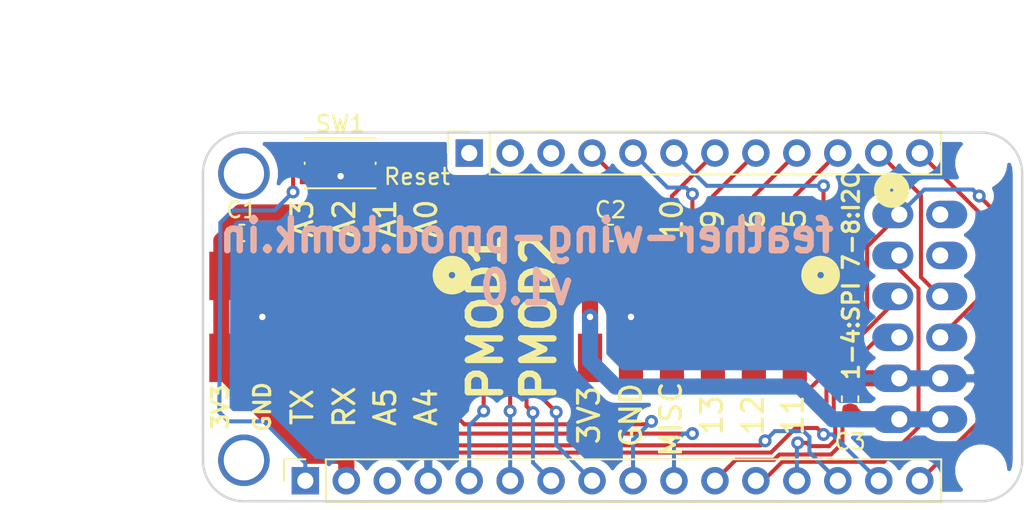
<source format=kicad_pcb>
(kicad_pcb (version 20201220) (generator pcbnew)
  (layers (0 "F.Cu" signal) (31 "B.Cu" signal) (34 "B.Paste" user) (35 "F.Paste" user) (36 "B.SilkS" user "B.Silkscreen") (37 "F.SilkS" user "F.Silkscreen") (38 "B.Mask" user) (39 "F.Mask" user) (44 "Edge.Cuts" user))
  (net 0 "")
  (net 1 "GND")
  (net 2 "/TX")
  (net 3 "/RX")
  (net 4 "/A5")
  (net 5 "/A4")
  (net 6 "/A3")
  (net 7 "/A2")
  (net 8 "/A1")
  (net 9 "/A0")
  (net 10 "/Aref")
  (net 11 "+3V3")
  (net 12 "/GPIO05")
  (net 13 "/GPIO06")
  (net 14 "/GPIO09")
  (net 15 "/GPIO10")
  (net 16 "/GPIO11")
  (net 17 "/GPIO12")
  (net 18 "/GPIO13")
  (net 19 "/EN")
  (net 20 "MISC")
  (net 21 "MISO")
  (net 22 "MOSI")
  (net 23 "SCK")
  (net 24 "SDA")
  (net 25 "SCL")
  (net 26 "/VBUS")
  (net 27 "/+BATT")
  (net 28 "Net-(PMOD3-Pad8)")
  (net 29 "Net-(PMOD3-Pad7)")
  (net 30 "!RST")
  (footprint "MountingHole:MountingHole_2.5mm_Pad" (layer "F.Cu") (at 129.54 101.6)
    (fp_text reference "REF**" hide)
    (fp_text value "MountingHole_2.5mm_Pad" hide)
    (pad "" thru_hole circle (at 0 0) (size 3.2 3.2) (drill 2.5) (layers *.Cu *.Mask))
  )
  (footprint "MountingHole:MountingHole_2.5mm_Pad" (layer "F.Cu") (at 129.54 83.82)
    (fp_text reference "REF**" hide)
    (fp_text value "MountingHole_2.5mm_Pad" hide)
    (pad "" thru_hole circle (at 0 0) (size 3.2 3.2) (drill 2.5) (layers *.Cu *.Mask))
  )
  (footprint "MountingHole:MountingHole_2.2mm_M2" (layer "F.Cu") (at 175.26 83.185)
    (fp_text reference "REF**" hide)
    (fp_text value "MountingHole_2.2mm_M2" hide)
    (pad "1" np_thru_hole circle (at 0 0) (size 2.2 2.2) (drill 2.2) (layers *.Cu *.Mask))
  )
  (footprint "MountingHole:MountingHole_2.2mm_M2" (layer "F.Cu") (at 175.26 102.235)
    (fp_text reference "REF**" hide)
    (fp_text value "MountingHole_2.2mm_M2" hide)
    (pad "1" np_thru_hole circle (at 0 0) (size 2.2 2.2) (drill 2.2) (layers *.Cu *.Mask))
  )
  (footprint "Connector_PinSocket_2.54mm:PinSocket_1x16_P2.54mm_Vertical" (layer "F.Cu") (at 133.35 102.87 90)
    (fp_text reference "J2" hide)
    (fp_text value "Conn_Left" hide)
    (fp_line (start -1.33 1.27) (end 1.33 1.27) (layer "F.SilkS") (width 0.12))
    (fp_line (start 1.33 -1.33) (end 1.33 0) (layer "F.SilkS") (width 0.12))
    (fp_line (start -1.33 1.27) (end -1.33 39.43) (layer "F.SilkS") (width 0.12))
    (fp_line (start 1.33 1.27) (end 1.33 39.43) (layer "F.SilkS") (width 0.12))
    (fp_line (start -1.33 39.43) (end 1.33 39.43) (layer "F.SilkS") (width 0.12))
    (fp_line (start 0 -1.33) (end 1.33 -1.33) (layer "F.SilkS") (width 0.12))
    (pad "1" thru_hole rect (at 0 0 90) (size 1.7 1.7) (drill 1) (layers *.Cu *.Mask) (net 30 "!RST"))
    (pad "2" thru_hole oval (at 0 2.54 90) (size 1.7 1.7) (drill 1) (layers *.Cu *.Mask) (net 11 "+3V3"))
    (pad "3" thru_hole oval (at 0 5.08 90) (size 1.7 1.7) (drill 1) (layers *.Cu *.Mask) (net 10 "/Aref"))
    (pad "4" thru_hole oval (at 0 7.62 90) (size 1.7 1.7) (drill 1) (layers *.Cu *.Mask) (net 1 "GND"))
    (pad "5" thru_hole oval (at 0 10.16 90) (size 1.7 1.7) (drill 1) (layers *.Cu *.Mask) (net 9 "/A0"))
    (pad "6" thru_hole oval (at 0 12.7 90) (size 1.7 1.7) (drill 1) (layers *.Cu *.Mask) (net 8 "/A1"))
    (pad "7" thru_hole oval (at 0 15.24 90) (size 1.7 1.7) (drill 1) (layers *.Cu *.Mask) (net 7 "/A2"))
    (pad "8" thru_hole oval (at 0 17.78 90) (size 1.7 1.7) (drill 1) (layers *.Cu *.Mask) (net 6 "/A3"))
    (pad "9" thru_hole oval (at 0 20.32 90) (size 1.7 1.7) (drill 1) (layers *.Cu *.Mask) (net 5 "/A4"))
    (pad "10" thru_hole oval (at 0 22.86 90) (size 1.7 1.7) (drill 1) (layers *.Cu *.Mask) (net 4 "/A5"))
    (pad "11" thru_hole oval (at 0 25.4 90) (size 1.7 1.7) (drill 1) (layers *.Cu *.Mask) (net 23 "SCK"))
    (pad "12" thru_hole oval (at 0 27.94 90) (size 1.7 1.7) (drill 1) (layers *.Cu *.Mask) (net 22 "MOSI"))
    (pad "13" thru_hole oval (at 0 30.48 90) (size 1.7 1.7) (drill 1) (layers *.Cu *.Mask) (net 21 "MISO"))
    (pad "14" thru_hole oval (at 0 33.02 90) (size 1.7 1.7) (drill 1) (layers *.Cu *.Mask) (net 3 "/RX"))
    (pad "15" thru_hole oval (at 0 35.56 90) (size 1.7 1.7) (drill 1) (layers *.Cu *.Mask) (net 2 "/TX"))
    (pad "16" thru_hole oval (at 0 38.1 90) (size 1.7 1.7) (drill 1) (layers *.Cu *.Mask) (net 20 "MISC"))
  )
  (footprint "Connector_PinSocket_2.54mm:PinSocket_1x12_P2.54mm_Vertical" (layer "F.Cu") (at 143.51 82.55 90)
    (fp_text reference "J3" hide)
    (fp_text value "Conn_Right" hide)
    (fp_line (start -1.33 1.27) (end -1.33 29.27) (layer "F.SilkS") (width 0.12))
    (fp_line (start 1.33 -1.33) (end 1.33 0) (layer "F.SilkS") (width 0.12))
    (fp_line (start -1.33 29.27) (end 1.33 29.27) (layer "F.SilkS") (width 0.12))
    (fp_line (start 1.33 1.27) (end 1.33 29.27) (layer "F.SilkS") (width 0.12))
    (fp_line (start 0 -1.33) (end 1.33 -1.33) (layer "F.SilkS") (width 0.12))
    (fp_line (start -1.33 1.27) (end 1.33 1.27) (layer "F.SilkS") (width 0.12))
    (pad "1" thru_hole rect (at 0 0 90) (size 1.7 1.7) (drill 1) (layers *.Cu *.Mask) (net 27 "/+BATT"))
    (pad "2" thru_hole oval (at 0 2.54 90) (size 1.7 1.7) (drill 1) (layers *.Cu *.Mask) (net 19 "/EN"))
    (pad "3" thru_hole oval (at 0 5.08 90) (size 1.7 1.7) (drill 1) (layers *.Cu *.Mask) (net 26 "/VBUS"))
    (pad "4" thru_hole oval (at 0 7.62 90) (size 1.7 1.7) (drill 1) (layers *.Cu *.Mask) (net 18 "/GPIO13"))
    (pad "5" thru_hole oval (at 0 10.16 90) (size 1.7 1.7) (drill 1) (layers *.Cu *.Mask) (net 17 "/GPIO12"))
    (pad "6" thru_hole oval (at 0 12.7 90) (size 1.7 1.7) (drill 1) (layers *.Cu *.Mask) (net 16 "/GPIO11"))
    (pad "7" thru_hole oval (at 0 15.24 90) (size 1.7 1.7) (drill 1) (layers *.Cu *.Mask) (net 15 "/GPIO10"))
    (pad "8" thru_hole oval (at 0 17.78 90) (size 1.7 1.7) (drill 1) (layers *.Cu *.Mask) (net 14 "/GPIO09"))
    (pad "9" thru_hole oval (at 0 20.32 90) (size 1.7 1.7) (drill 1) (layers *.Cu *.Mask) (net 13 "/GPIO06"))
    (pad "10" thru_hole oval (at 0 22.86 90) (size 1.7 1.7) (drill 1) (layers *.Cu *.Mask) (net 12 "/GPIO05"))
    (pad "11" thru_hole oval (at 0 25.4 90) (size 1.7 1.7) (drill 1) (layers *.Cu *.Mask) (net 25 "SCL"))
    (pad "12" thru_hole oval (at 0 27.94 90) (size 1.7 1.7) (drill 1) (layers *.Cu *.Mask) (net 24 "SDA"))
  )
  (footprint "tom-passives:C_0603_1608Metric" (layer "F.Cu") (at 152.273 87.503)
    (fp_text reference "C2" (at 0 -1.43) (layer "F.SilkS"))
    (fp_text value "10uF/10V")
    (fp_line (start -0.162779 0.51) (end 0.162779 0.51) (layer "F.SilkS") (width 0.12))
    (fp_line (start -0.162779 -0.51) (end 0.162779 -0.51) (layer "F.SilkS") (width 0.12))
    (pad "1" smd roundrect (at -0.7875 0) (size 0.875 0.95) (layers "F.Cu" "F.Paste" "F.Mask") (net 11 "+3V3"))
    (pad "2" smd roundrect (at 0.7875 0) (size 0.875 0.95) (layers "F.Cu" "F.Paste" "F.Mask") (net 1 "GND"))
  )
  (footprint "tom-passives:C_0603_1608Metric" (layer "F.Cu") (at 129.413 87.503)
    (fp_text reference "C1" (at 0 -1.43) (layer "F.SilkS"))
    (fp_text value "10uF/10V")
    (fp_line (start -0.162779 0.51) (end 0.162779 0.51) (layer "F.SilkS") (width 0.12))
    (fp_line (start -0.162779 -0.51) (end 0.162779 -0.51) (layer "F.SilkS") (width 0.12))
    (pad "1" smd roundrect (at -0.7875 0) (size 0.875 0.95) (layers "F.Cu" "F.Paste" "F.Mask") (net 11 "+3V3"))
    (pad "2" smd roundrect (at 0.7875 0) (size 0.875 0.95) (layers "F.Cu" "F.Paste" "F.Mask") (net 1 "GND"))
  )
  (footprint "tom-connectors:2X6_SMD_RA_SOCKET" (layer "F.Cu") (at 134.493 92.71)
    (fp_text reference "PMOD1" (at 10.033 0 270) (layer "F.SilkS") (effects (font (size 2 2) (thickness 0.4))))
    (fp_text value "PMOD-2x6-FEMALE" hide)
    (fp_circle (center 7.95 -2.59) (end 8.15 -2.59) (layer "F.SilkS") (width 1) (fill none))
    (pad "1" smd rect (at 6.35 -2.54 270) (size 3 1.5) (layers "F.Cu" "F.Paste" "F.Mask") (net 9 "/A0"))
    (pad "2" smd rect (at 3.81 -2.54 270) (size 3 1.5) (layers "F.Cu" "F.Paste" "F.Mask") (net 8 "/A1"))
    (pad "3" smd rect (at 1.27 -2.54 270) (size 3 1.5) (layers "F.Cu" "F.Paste" "F.Mask") (net 7 "/A2"))
    (pad "4" smd rect (at -1.27 -2.54 270) (size 3 1.5) (layers "F.Cu" "F.Paste" "F.Mask") (net 6 "/A3"))
    (pad "5" smd rect (at -3.81 -2.54 270) (size 3 1.5) (layers "F.Cu" "F.Paste" "F.Mask") (net 1 "GND"))
    (pad "6" smd rect (at -6.35 -2.54 270) (size 3 1.5) (layers "F.Cu" "F.Paste" "F.Mask") (net 11 "+3V3"))
    (pad "7" smd rect (at 6.35 2.54 270) (size 3 1.5) (layers "F.Cu" "F.Paste" "F.Mask") (net 5 "/A4"))
    (pad "8" smd rect (at 3.81 2.54 270) (size 3 1.5) (layers "F.Cu" "F.Paste" "F.Mask") (net 4 "/A5"))
    (pad "9" smd rect (at 1.27 2.54 270) (size 3 1.5) (layers "F.Cu" "F.Paste" "F.Mask") (net 3 "/RX"))
    (pad "10" smd rect (at -1.27 2.54 270) (size 3 1.5) (layers "F.Cu" "F.Paste" "F.Mask") (net 2 "/TX"))
    (pad "11" smd rect (at -3.81 2.54 270) (size 3 1.5) (layers "F.Cu" "F.Paste" "F.Mask") (net 1 "GND"))
    (pad "12" smd rect (at -6.35 2.54 270) (size 3 1.5) (layers "F.Cu" "F.Paste" "F.Mask") (net 11 "+3V3"))
  )
  (footprint "tom-passives:C_0603_1608Metric" (layer "F.Cu") (at 167.132 97.79 90)
    (fp_text reference "C3" (at -2.667 0 180) (layer "F.SilkS"))
    (fp_text value "10uF/10V")
    (fp_line (start -0.162779 0.51) (end 0.162779 0.51) (layer "F.SilkS") (width 0.12))
    (fp_line (start -0.162779 -0.51) (end 0.162779 -0.51) (layer "F.SilkS") (width 0.12))
    (pad "1" smd roundrect (at -0.7875 0 90) (size 0.875 0.95) (layers "F.Cu" "F.Paste" "F.Mask") (net 11 "+3V3"))
    (pad "2" smd roundrect (at 0.7875 0 90) (size 0.875 0.95) (layers "F.Cu" "F.Paste" "F.Mask") (net 1 "GND"))
  )
  (footprint "tom-connectors:2X6_SMD_RA_SOCKET" (layer "F.Cu") (at 157.353 92.71)
    (fp_text reference "PMOD2" (at -9.525 0 90) (layer "F.SilkS") (effects (font (size 2 2) (thickness 0.4))))
    (fp_text value "PMOD-2x6-FEMALE" hide)
    (fp_circle (center 7.95 -2.59) (end 8.15 -2.59) (layer "F.SilkS") (width 1) (fill none))
    (pad "1" smd rect (at 6.35 -2.54 270) (size 3 1.5) (layers "F.Cu" "F.Paste" "F.Mask") (net 12 "/GPIO05"))
    (pad "2" smd rect (at 3.81 -2.54 270) (size 3 1.5) (layers "F.Cu" "F.Paste" "F.Mask") (net 13 "/GPIO06"))
    (pad "3" smd rect (at 1.27 -2.54 270) (size 3 1.5) (layers "F.Cu" "F.Paste" "F.Mask") (net 14 "/GPIO09"))
    (pad "4" smd rect (at -1.27 -2.54 270) (size 3 1.5) (layers "F.Cu" "F.Paste" "F.Mask") (net 15 "/GPIO10"))
    (pad "5" smd rect (at -3.81 -2.54 270) (size 3 1.5) (layers "F.Cu" "F.Paste" "F.Mask") (net 1 "GND"))
    (pad "6" smd rect (at -6.35 -2.54 270) (size 3 1.5) (layers "F.Cu" "F.Paste" "F.Mask") (net 11 "+3V3"))
    (pad "7" smd rect (at 6.35 2.54 270) (size 3 1.5) (layers "F.Cu" "F.Paste" "F.Mask") (net 16 "/GPIO11"))
    (pad "8" smd rect (at 3.81 2.54 270) (size 3 1.5) (layers "F.Cu" "F.Paste" "F.Mask") (net 17 "/GPIO12"))
    (pad "9" smd rect (at 1.27 2.54 270) (size 3 1.5) (layers "F.Cu" "F.Paste" "F.Mask") (net 18 "/GPIO13"))
    (pad "10" smd rect (at -1.27 2.54 270) (size 3 1.5) (layers "F.Cu" "F.Paste" "F.Mask") (net 20 "MISC"))
    (pad "11" smd rect (at -3.81 2.54 270) (size 3 1.5) (layers "F.Cu" "F.Paste" "F.Mask") (net 1 "GND"))
    (pad "12" smd rect (at -6.35 2.54 270) (size 3 1.5) (layers "F.Cu" "F.Paste" "F.Mask") (net 11 "+3V3"))
  )
  (footprint "tom-connectors:PMOD_2X6_PTH_RA_SOCKET" (layer "F.Cu") (at 171.45 92.71 90)
    (fp_text reference "PMOD3" hide)
    (fp_text value "PMOD-2x6-FEMALE" hide)
    (fp_circle (center 7.86 -1.74) (end 7.96 -1.74) (layer "F.SilkS") (width 1) (fill none))
    (pad "1" thru_hole oval (at 6.35 -1.27) (size 2.54 1.7) (drill 1 (offset -0.4 0)) (layers *.Cu *.Mask) (net 20 "MISC"))
    (pad "2" thru_hole oval (at 3.81 -1.27) (size 2.54 1.7) (drill 1 (offset -0.4 0)) (layers *.Cu *.Mask) (net 22 "MOSI"))
    (pad "3" thru_hole oval (at 1.27 -1.27) (size 2.54 1.7) (drill 1 (offset -0.4 0)) (layers *.Cu *.Mask) (net 21 "MISO"))
    (pad "4" thru_hole oval (at -1.27 -1.27) (size 2.54 1.7) (drill 1 (offset -0.4 0)) (layers *.Cu *.Mask) (net 23 "SCK"))
    (pad "5" thru_hole oval (at -3.81 -1.27) (size 2.54 1.7) (drill 1 (offset -0.4 0)) (layers *.Cu *.Mask) (net 1 "GND"))
    (pad "6" thru_hole oval (at -6.35 -1.27) (size 2.54 1.7) (drill 1 (offset -0.4 0)) (layers *.Cu *.Mask) (net 11 "+3V3"))
    (pad "7" thru_hole oval (at 6.35 1.27) (size 2.54 1.7) (drill 1 (offset 0.4 0)) (layers *.Cu *.Mask) (net 29 "Net-(PMOD3-Pad7)"))
    (pad "8" thru_hole oval (at 3.81 1.27) (size 2.54 1.7) (drill 1 (offset 0.4 0)) (layers *.Cu *.Mask) (net 28 "Net-(PMOD3-Pad8)"))
    (pad "9" thru_hole oval (at 1.27 1.27) (size 2.54 1.7) (drill 1 (offset 0.4 0)) (layers *.Cu *.Mask) (net 25 "SCL"))
    (pad "10" thru_hole oval (at -1.27 1.27) (size 2.54 1.7) (drill 1 (offset 0.4 0)) (layers *.Cu *.Mask) (net 24 "SDA"))
    (pad "11" thru_hole oval (at -3.81 1.27) (size 2.54 1.7) (drill 1 (offset 0.4 0)) (layers *.Cu *.Mask) (net 1 "GND"))
    (pad "12" thru_hole oval (at -6.35 1.27) (size 2.54 1.7) (drill 1 (offset 0.4 0)) (layers *.Cu *.Mask) (net 11 "+3V3"))
  )
  (footprint "tom-mechanical:SW_Push_1P1T_NO_CK_KMR2" (layer "F.Cu") (at 135.509 83.185)
    (fp_text reference "SW1" (at 0 -2.45) (layer "F.SilkS"))
    (fp_text value "SW_SPST")
    (fp_line (start 2.2 -1.55) (end -2.2 -1.55) (layer "F.SilkS") (width 0.12))
    (fp_line (start -2.2 1.55) (end 2.2 1.55) (layer "F.SilkS") (width 0.12))
    (fp_line (start 2.2 0.05) (end 2.2 -0.05) (layer "F.SilkS") (width 0.12))
    (fp_line (start -2.2 0.05) (end -2.2 -0.05) (layer "F.SilkS") (width 0.12))
    (pad "1" smd rect (at -2.05 -0.8) (size 0.9 1) (layers "F.Cu" "F.Paste" "F.Mask") (net 30 "!RST"))
    (pad "1" smd rect (at 2.05 -0.8) (size 0.9 1) (layers "F.Cu" "F.Paste" "F.Mask") (net 30 "!RST"))
    (pad "2" smd rect (at 2.05 0.8) (size 0.9 1) (layers "F.Cu" "F.Paste" "F.Mask") (net 1 "GND"))
    (pad "2" smd rect (at -2.05 0.8) (size 0.9 1) (layers "F.Cu" "F.Paste" "F.Mask") (net 1 "GND"))
  )
  (gr_line (start 129.54 104.14) (end 175.26 104.14) (layer "Edge.Cuts") (width 0.15))
  (gr_arc (start 175.26 83.82) (end 177.8 83.82) (angle -90) (layer "Edge.Cuts") (width 0.15))
  (gr_line (start 175.26 81.28) (end 129.54 81.28) (layer "Edge.Cuts") (width 0.15))
  (gr_arc (start 175.26 101.6) (end 175.26 104.14) (angle -90) (layer "Edge.Cuts") (width 0.15))
  (gr_arc (start 129.54 83.82) (end 129.54 81.28) (angle -90) (layer "Edge.Cuts") (width 0.15))
  (gr_line (start 127 83.82) (end 127 90.17) (layer "Edge.Cuts") (width 0.15))
  (gr_line (start 127 95.25) (end 127 101.6) (layer "Edge.Cuts") (width 0.15))
  (gr_arc (start 129.54 101.6) (end 127 101.6) (angle -90) (layer "Edge.Cuts") (width 0.15))
  (gr_line (start 177.8 101.6) (end 177.8 83.82) (layer "Edge.Cuts") (width 0.15))
  (gr_line (start 127 90.17) (end 127 95.25) (layer "Edge.Cuts") (width 0.15))
  (gr_text "feather-wing-pmod.tomk.in\nv1.0" (at 147.066 89.281) (layer "B.SilkS") (effects (font (size 2 1.8) (thickness 0.4)) (justify mirror)))
  (gr_text "5" (at 163.703 86.614 90) (layer "F.SilkS") (effects (font (size 1.3 1.3) (thickness 0.2))))
  (gr_text "GND" (at 153.543 98.806 90) (layer "F.SilkS") (effects (font (size 1.3 1.3) (thickness 0.2))))
  (gr_text "13" (at 158.5595 98.806 90) (layer "F.SilkS") (effects (font (size 1.3 1.3) (thickness 0.2))))
  (gr_text "MISC" (at 156.0195 99.06 90) (layer "F.SilkS") (effects (font (size 1.3 1.3) (thickness 0.2))))
  (gr_text "11" (at 163.576 98.806 90) (layer "F.SilkS") (effects (font (size 1.3 1.3) (thickness 0.2))))
  (gr_text "12" (at 161.0995 98.806 90) (layer "F.SilkS") (effects (font (size 1.3 1.3) (thickness 0.2))))
  (gr_text "3V3" (at 150.9395 98.806 90) (layer "F.SilkS") (effects (font (size 1.3 1.3) (thickness 0.2))))
  (gr_text "9" (at 158.623 86.6775 90) (layer "F.SilkS") (effects (font (size 1.3 1.3) (thickness 0.2))))
  (gr_text "GND" (at 130.683 98.298 90) (layer "F.SilkS") (effects (font (size 1 1) (thickness 0.2))))
  (gr_text "TX" (at 133.1595 98.298 90) (layer "F.SilkS") (effects (font (size 1.3 1.3) (thickness 0.2))))
  (gr_text "1-4:SPI 7-8:I2C" (at 167.1955 90.17 90) (layer "F.SilkS") (effects (font (size 1 1) (thickness 0.2))))
  (gr_text "RX" (at 135.763 98.298 90) (layer "F.SilkS") (effects (font (size 1.3 1.3) (thickness 0.2))))
  (gr_text "A2" (at 135.763 86.614 90) (layer "F.SilkS") (effects (font (size 1.3 1.3) (thickness 0.2))))
  (gr_text "A0" (at 140.843 86.614 90) (layer "F.SilkS") (effects (font (size 1.3 1.3) (thickness 0.2))))
  (gr_text "A3" (at 133.1595 86.614 90) (layer "F.SilkS") (effects (font (size 1.3 1.3) (thickness 0.2))))
  (gr_text "A5" (at 138.303 98.298 90) (layer "F.SilkS") (effects (font (size 1.3 1.3) (thickness 0.2))))
  (gr_text "A1" (at 138.303 86.614 90) (layer "F.SilkS") (effects (font (size 1.3 1.3) (thickness 0.2))))
  (gr_text "3V3" (at 128.0795 98.298 90) (layer "F.SilkS") (effects (font (size 1 1) (thickness 0.2))))
  (gr_text "6" (at 161.163 86.6775 90) (layer "F.SilkS") (effects (font (size 1.3 1.3) (thickness 0.2))))
  (gr_text "A4" (at 140.843 98.298 90) (layer "F.SilkS") (effects (font (size 1.3 1.3) (thickness 0.2))))
  (gr_text "10" (at 156.083 86.6775 90) (layer "F.SilkS") (effects (font (size 1.3 1.3) (thickness 0.2))))
  (gr_text "Reset" (at 140.2715 84.0105) (layer "F.SilkS") (effects (font (size 1 1))))
  (segment (start 130.683 92.71) (end 130.683 95.25) (width 1) (layer "F.Cu") (net 1))
  (segment (start 153.543 92.71) (end 153.543 95.25) (width 1) (layer "F.Cu") (net 1))
  (segment (start 135.5345 83.985) (end 133.459 83.985) (width 0.25) (layer "F.Cu") (net 1))
  (segment (start 153.0605 87.503) (end 153.543 87.9855) (width 1) (layer "F.Cu") (net 1))
  (segment (start 130.683 88.138) (end 130.683 90.17) (width 1) (layer "F.Cu") (net 1))
  (segment (start 137.559 83.985) (end 135.5345 83.985) (width 0.25) (layer "F.Cu") (net 1))
  (segment (start 153.543 87.9855) (end 153.543 90.17) (width 1) (layer "F.Cu") (net 1))
  (segment (start 130.2005 87.503) (end 130.662112 87.964612) (width 1) (layer "F.Cu") (net 1))
  (segment (start 167.6145 96.52) (end 167.132 97.0025) (width 1) (layer "F.Cu") (net 1))
  (segment (start 170.18 96.52) (end 167.6145 96.52) (width 1) (layer "F.Cu") (net 1))
  (segment (start 130.683 90.17) (end 130.683 92.71) (width 1) (layer "F.Cu") (net 1))
  (segment (start 130.662112 88.117112) (end 130.683 88.138) (width 1) (layer "F.Cu") (net 1))
  (segment (start 130.662112 87.964612) (end 130.662112 88.117112) (width 1) (layer "F.Cu") (net 1))
  (segment (start 153.543 90.17) (end 153.543 92.71) (width 1) (layer "F.Cu") (net 1))
  (via (at 130.683 92.71) (size 0.8) (drill 0.4) (layers "F.Cu" "B.Cu") (net 1))
  (via (at 153.543 92.71) (size 0.8) (drill 0.4) (layers "F.Cu" "B.Cu") (net 1))
  (via (at 135.5345 83.985) (size 0.8) (drill 0.4) (layers "F.Cu" "B.Cu") (net 1))
  (segment (start 170.18 96.52) (end 172.72 96.52) (width 1) (layer "B.Cu") (net 1))
  (segment (start 133.223 95.25) (end 133.223 96) (width 0.25) (layer "F.Cu") (net 2))
  (segment (start 163.74829 99.599002) (end 165.082712 99.599002) (width 0.25) (layer "F.Cu") (net 2))
  (segment (start 141.123019 99.779434) (end 142.467598 101.124013) (width 0.25) (layer "F.Cu") (net 2))
  (segment (start 142.467598 101.124013) (end 162.223279 101.124013) (width 0.25) (layer "F.Cu") (net 2))
  (segment (start 133.223 96) (end 137.002434 99.779434) (width 0.25) (layer "F.Cu") (net 2))
  (segment (start 165.082712 99.599002) (end 165.482711 99.999001) (width 0.25) (layer "F.Cu") (net 2))
  (segment (start 162.223279 101.124013) (end 163.74829 99.599002) (width 0.25) (layer "F.Cu") (net 2))
  (segment (start 137.002434 99.779434) (end 141.123019 99.779434) (width 0.25) (layer "F.Cu") (net 2))
  (via (at 165.482711 99.999001) (size 0.8) (drill 0.4) (layers "F.Cu" "B.Cu") (net 2))
  (segment (start 166.039001 99.999001) (end 165.482711 99.999001) (width 0.25) (layer "B.Cu") (net 2))
  (segment (start 168.91 102.87) (end 166.039001 99.999001) (width 0.25) (layer "B.Cu") (net 2))
  (segment (start 161.580998 100.674002) (end 161.8615 100.3935) (width 0.25) (layer "F.Cu") (net 3))
  (segment (start 135.763 96) (end 138.442 98.679) (width 0.25) (layer "F.Cu") (net 3))
  (segment (start 142.653998 100.674002) (end 156.558002 100.674002) (width 0.25) (layer "F.Cu") (net 3))
  (segment (start 138.442 98.679) (end 140.658996 98.679) (width 0.25) (layer "F.Cu") (net 3))
  (segment (start 135.763 95.25) (end 135.763 96) (width 0.25) (layer "F.Cu") (net 3))
  (segment (start 156.558002 100.674002) (end 161.580998 100.674002) (width 0.25) (layer "F.Cu") (net 3))
  (segment (start 140.658996 98.679) (end 142.653998 100.674002) (width 0.25) (layer "F.Cu") (net 3))
  (via (at 161.8615 100.3935) (size 0.8) (drill 0.4) (layers "F.Cu" "B.Cu") (net 3))
  (segment (start 161.8615 100.3935) (end 162.460026 99.794974) (width 0.25) (layer "B.Cu") (net 3))
  (segment (start 164.247474 99.794974) (end 164.609499 100.156999) (width 0.25) (layer "B.Cu") (net 3))
  (segment (start 164.609499 101.109499) (end 165.520001 102.020001) (width 0.25) (layer "B.Cu") (net 3))
  (segment (start 162.460026 99.794974) (end 164.247474 99.794974) (width 0.25) (layer "B.Cu") (net 3))
  (segment (start 165.520001 102.020001) (end 166.37 102.87) (width 0.25) (layer "B.Cu") (net 3))
  (segment (start 164.609499 100.156999) (end 164.609499 101.109499) (width 0.25) (layer "B.Cu") (net 3))
  (segment (start 156.21 99.949) (end 157.353 99.949) (width 0.25) (layer "F.Cu") (net 4))
  (segment (start 138.303 95.25) (end 138.303 95.545002) (width 0.25) (layer "F.Cu") (net 4))
  (segment (start 142.706998 99.949) (end 156.21 99.949) (width 0.25) (layer "F.Cu") (net 4))
  (segment (start 138.303 95.545002) (end 142.706998 99.949) (width 0.25) (layer "F.Cu") (net 4))
  (via (at 157.353 99.949) (size 0.8) (drill 0.4) (layers "F.Cu" "B.Cu") (net 4))
  (segment (start 156.21 100.526315) (end 156.21 101.667919) (width 0.25) (layer "B.Cu") (net 4))
  (segment (start 157.353 99.949) (end 156.787315 99.949) (width 0.25) (layer "B.Cu") (net 4))
  (segment (start 156.787315 99.949) (end 156.21 100.526315) (width 0.25) (layer "B.Cu") (net 4))
  (segment (start 156.21 101.667919) (end 156.21 102.87) (width 0.25) (layer "B.Cu") (net 4))
  (segment (start 143.214989 99.371989) (end 152.829567 99.371989) (width 0.25) (layer "F.Cu") (net 5))
  (segment (start 154.628011 99.371989) (end 154.813 99.187) (width 0.25) (layer "F.Cu") (net 5))
  (segment (start 140.843 97) (end 143.214989 99.371989) (width 0.25) (layer "F.Cu") (net 5))
  (segment (start 152.829567 99.371989) (end 154.628011 99.371989) (width 0.25) (layer "F.Cu") (net 5))
  (segment (start 140.843 95.25) (end 140.843 97) (width 0.25) (layer "F.Cu") (net 5))
  (via (at 154.813 99.187) (size 0.8) (drill 0.4) (layers "F.Cu" "B.Cu") (net 5))
  (segment (start 153.67 100.33) (end 153.67 102.87) (width 0.25) (layer "B.Cu") (net 5))
  (segment (start 154.813 99.187) (end 153.67 100.33) (width 0.25) (layer "B.Cu") (net 5))
  (segment (start 133.223 89.42) (end 135.267 87.376) (width 0.25) (layer "F.Cu") (net 6))
  (segment (start 147.871824 93.091) (end 147.871824 94.953826) (width 0.25) (layer "F.Cu") (net 6))
  (segment (start 133.223 90.17) (end 133.223 89.42) (width 0.25) (layer "F.Cu") (net 6))
  (segment (start 147.871824 97.579824) (end 148.9075 98.6155) (width 0.25) (layer "F.Cu") (net 6))
  (segment (start 147.871824 94.953826) (end 147.871824 97.579824) (width 0.25) (layer "F.Cu") (net 6))
  (segment (start 135.267 87.376) (end 142.156824 87.376) (width 0.25) (layer "F.Cu") (net 6))
  (segment (start 142.156824 87.376) (end 147.871824 93.091) (width 0.25) (layer "F.Cu") (net 6))
  (via (at 148.9075 98.6155) (size 0.8) (drill 0.4) (layers "F.Cu" "B.Cu") (net 6))
  (segment (start 148.9075 100.6475) (end 151.13 102.87) (width 0.25) (layer "B.Cu") (net 6))
  (segment (start 148.9075 98.6155) (end 148.9075 100.6475) (width 0.25) (layer "B.Cu") (net 6))
  (segment (start 135.763 90.17) (end 135.763 89.42) (width 0.25) (layer "F.Cu") (net 7))
  (segment (start 135.763 89.42) (end 137.299 87.884) (width 0.25) (layer "F.Cu") (net 7))
  (segment (start 147.064879 98.24698) (end 147.464878 98.646979) (width 0.25) (layer "F.Cu") (net 7))
  (segment (start 142.039401 87.894988) (end 147.064879 92.920466) (width 0.25) (layer "F.Cu") (net 7))
  (segment (start 147.064879 92.920466) (end 147.064879 98.24698) (width 0.25) (layer "F.Cu") (net 7))
  (segment (start 140.97 87.884) (end 140.980989 87.894989) (width 0.25) (layer "F.Cu") (net 7))
  (segment (start 140.980989 87.894989) (end 142.039401 87.894988) (width 0.25) (layer "F.Cu") (net 7))
  (segment (start 137.299 87.884) (end 140.97 87.884) (width 0.25) (layer "F.Cu") (net 7))
  (via (at 147.464878 98.646979) (size 0.8) (drill 0.4) (layers "F.Cu" "B.Cu") (net 7))
  (segment (start 147.464878 99.212664) (end 147.464878 98.646979) (width 0.25) (layer "B.Cu") (net 7))
  (segment (start 147.464878 101.744878) (end 147.464878 99.212664) (width 0.25) (layer "B.Cu") (net 7))
  (segment (start 148.59 102.87) (end 147.464878 101.744878) (width 0.25) (layer "B.Cu") (net 7))
  (segment (start 139.378001 88.344999) (end 141.853001 88.344999) (width 0.25) (layer "F.Cu") (net 8))
  (segment (start 138.303 90.17) (end 138.303 89.42) (width 0.25) (layer "F.Cu") (net 8))
  (segment (start 138.303 89.42) (end 139.378001 88.344999) (width 0.25) (layer "F.Cu") (net 8))
  (segment (start 146.05 92.541998) (end 146.05 98.552) (width 0.25) (layer "F.Cu") (net 8))
  (segment (start 141.853001 88.344999) (end 146.05 92.541998) (width 0.25) (layer "F.Cu") (net 8))
  (via (at 146.05 98.552) (size 0.8) (drill 0.4) (layers "F.Cu" "B.Cu") (net 8))
  (segment (start 146.05 99.117685) (end 146.05 102.87) (width 0.25) (layer "B.Cu") (net 8))
  (segment (start 146.05 98.552) (end 146.05 99.117685) (width 0.25) (layer "B.Cu") (net 8))
  (segment (start 140.843 90.17) (end 140.843 91.92) (width 0.25) (layer "F.Cu") (net 9))
  (segment (start 144.409233 97.97529) (end 144.409233 98.540975) (width 0.25) (layer "F.Cu") (net 9))
  (segment (start 144.409233 95.486233) (end 144.409233 97.97529) (width 0.25) (layer "F.Cu") (net 9))
  (segment (start 140.843 91.92) (end 144.409233 95.486233) (width 0.25) (layer "F.Cu") (net 9))
  (via (at 144.409233 98.540975) (size 0.8) (drill 0.4) (layers "F.Cu" "B.Cu") (net 9))
  (segment (start 144.009234 98.940974) (end 144.409233 98.540975) (width 0.25) (layer "B.Cu") (net 9))
  (segment (start 143.51 102.87) (end 143.51 99.440208) (width 0.25) (layer "B.Cu") (net 9))
  (segment (start 143.51 99.440208) (end 144.009234 98.940974) (width 0.25) (layer "B.Cu") (net 9))
  (segment (start 151.4855 87.503) (end 151.003 87.9855) (width 1) (layer "F.Cu") (net 11))
  (segment (start 170.18 99.06) (end 167.6145 99.06) (width 1) (layer "F.Cu") (net 11))
  (segment (start 128.143 87.9855) (end 128.143 90.17) (width 1) (layer "F.Cu") (net 11))
  (segment (start 128.143 90.17) (end 128.143 95.25) (width 1) (layer "F.Cu") (net 11))
  (segment (start 151.003 90.17) (end 149.253 90.17) (width 1) (layer "F.Cu") (net 11))
  (segment (start 128.143 95.25) (end 128.143 96) (width 1) (layer "F.Cu") (net 11))
  (segment (start 128.143 96) (end 133.462999 101.319999) (width 1) (layer "F.Cu") (net 11))
  (segment (start 129.3205 86.233) (end 128.6255 86.928) (width 1) (layer "F.Cu") (net 11))
  (segment (start 149.253 90.17) (end 145.316 86.233) (width 1) (layer "F.Cu") (net 11))
  (segment (start 135.54208 101.319999) (end 135.89 101.667919) (width 1) (layer "F.Cu") (net 11))
  (segment (start 145.316 86.233) (end 129.3205 86.233) (width 1) (layer "F.Cu") (net 11))
  (segment (start 151.003 90.17) (end 151.003 92.71) (width 1) (layer "F.Cu") (net 11))
  (segment (start 133.462999 101.319999) (end 135.54208 101.319999) (width 1) (layer "F.Cu") (net 11))
  (segment (start 151.003 92.71) (end 151.003 95.25) (width 1) (layer "F.Cu") (net 11))
  (segment (start 135.89 101.667919) (end 135.89 102.87) (width 1) (layer "F.Cu") (net 11))
  (segment (start 128.6255 86.928) (end 128.6255 87.503) (width 1) (layer "F.Cu") (net 11))
  (segment (start 167.6145 99.06) (end 167.132 98.5775) (width 1) (layer "F.Cu") (net 11))
  (segment (start 128.6255 87.503) (end 128.143 87.9855) (width 1) (layer "F.Cu") (net 11))
  (segment (start 151.003 87.9855) (end 151.003 90.17) (width 1) (layer "F.Cu") (net 11))
  (via (at 151.003 92.71) (size 0.8) (drill 0.4) (layers "F.Cu" "B.Cu") (net 11))
  (segment (start 151.003 95.4405) (end 151.003 92.71) (width 1) (layer "B.Cu") (net 11))
  (segment (start 166.055687 99.06) (end 164.023687 97.028) (width 1) (layer "B.Cu") (net 11))
  (segment (start 170.18 99.06) (end 166.055687 99.06) (width 1) (layer "B.Cu") (net 11))
  (segment (start 164.023687 97.028) (end 152.5905 97.028) (width 1) (layer "B.Cu") (net 11))
  (segment (start 152.5905 97.028) (end 151.003 95.4405) (width 1) (layer "B.Cu") (net 11))
  (segment (start 170.18 99.06) (end 172.72 99.06) (width 1) (layer "B.Cu") (net 11))
  (segment (start 163.703 85.217) (end 166.37 82.55) (width 0.25) (layer "F.Cu") (net 12))
  (segment (start 163.703 90.17) (end 163.703 85.217) (width 0.25) (layer "F.Cu") (net 12))
  (segment (start 161.163 90.17) (end 161.163 85.217) (width 0.25) (layer "F.Cu") (net 13))
  (segment (start 161.163 85.217) (end 163.83 82.55) (width 0.25) (layer "F.Cu") (net 13))
  (segment (start 158.623 90.17) (end 158.623 85.217) (width 0.25) (layer "F.Cu") (net 14))
  (segment (start 158.623 85.217) (end 161.29 82.55) (width 0.25) (layer "F.Cu") (net 14))
  (segment (start 158.75 82.55) (end 156.083 85.217) (width 0.25) (layer "F.Cu") (net 15))
  (segment (start 156.083 85.217) (end 156.083 90.17) (width 0.25) (layer "F.Cu") (net 15))
  (segment (start 163.703 93.5) (end 165.481 91.722) (width 0.25) (layer "F.Cu") (net 16))
  (segment (start 165.481 91.722) (end 165.481 84.582) (width 0.25) (layer "F.Cu") (net 16))
  (segment (start 163.703 95.25) (end 163.703 93.5) (width 0.25) (layer "F.Cu") (net 16))
  (via (at 165.481 84.582) (size 0.8) (drill 0.4) (layers "F.Cu" "B.Cu") (net 16))
  (segment (start 165.481 84.582) (end 158.242 84.582) (width 0.25) (layer "B.Cu") (net 16))
  (segment (start 158.242 84.582) (end 156.21 82.55) (width 0.25) (layer "B.Cu") (net 16))
  (segment (start 157.612999 91.995001) (end 157.353 91.735002) (width 0.25) (layer "F.Cu") (net 17))
  (segment (start 161.163 95.25) (end 161.163 94.5) (width 0.25) (layer "F.Cu") (net 17))
  (segment (start 158.658001 91.995001) (end 157.612999 91.995001) (width 0.25) (layer "F.Cu") (net 17))
  (segment (start 161.163 94.5) (end 158.658001 91.995001) (width 0.25) (layer "F.Cu") (net 17))
  (segment (start 157.353 91.735002) (end 157.353 85.09) (width 0.25) (layer "F.Cu") (net 17))
  (via (at 157.353 85.09) (size 0.8) (drill 0.4) (layers "F.Cu" "B.Cu") (net 17))
  (segment (start 157.353 85.09) (end 156.953001 84.690001) (width 0.25) (layer "B.Cu") (net 17))
  (segment (start 155.810001 84.690001) (end 154.519999 83.399999) (width 0.25) (layer "B.Cu") (net 17))
  (segment (start 156.953001 84.690001) (end 155.810001 84.690001) (width 0.25) (layer "B.Cu") (net 17))
  (segment (start 154.519999 83.399999) (end 153.67 82.55) (width 0.25) (layer "B.Cu") (net 17))
  (segment (start 155.072999 91.995001) (end 154.618001 91.540003) (width 0.25) (layer "F.Cu") (net 18))
  (segment (start 156.118001 91.995001) (end 155.072999 91.995001) (width 0.25) (layer "F.Cu") (net 18))
  (segment (start 158.623 94.5) (end 156.118001 91.995001) (width 0.25) (layer "F.Cu") (net 18))
  (segment (start 151.979999 83.399999) (end 151.13 82.55) (width 0.25) (layer "F.Cu") (net 18))
  (segment (start 154.618001 91.540003) (end 154.618001 86.038001) (width 0.25) (layer "F.Cu") (net 18))
  (segment (start 158.623 95.25) (end 158.623 94.5) (width 0.25) (layer "F.Cu") (net 18))
  (segment (start 154.618001 86.038001) (end 151.979999 83.399999) (width 0.25) (layer "F.Cu") (net 18))
  (segment (start 168.18499 88.35501) (end 170.18 86.36) (width 0.25) (layer "F.Cu") (net 20))
  (segment (start 156.083 96) (end 157.158001 97.075001) (width 0.25) (layer "F.Cu") (net 20))
  (segment (start 171.45 102.87) (end 176.726009 97.593991) (width 0.25) (layer "F.Cu") (net 20))
  (segment (start 165.215978 95.825897) (end 168.18499 92.856885) (width 0.25) (layer "F.Cu") (net 20))
  (segment (start 168.18499 92.856885) (end 168.18499 88.35501) (width 0.25) (layer "F.Cu") (net 20))
  (segment (start 157.158001 97.075001) (end 164.713001 97.075001) (width 0.25) (layer "F.Cu") (net 20))
  (segment (start 176.726009 97.593991) (end 176.726009 86.800703) (width 0.25) (layer "F.Cu") (net 20))
  (segment (start 156.083 95.25) (end 156.083 96) (width 0.25) (layer "F.Cu") (net 20))
  (segment (start 164.713001 97.075001) (end 165.215978 96.572026) (width 0.25) (layer "F.Cu") (net 20))
  (segment (start 165.215978 96.572026) (end 165.215978 95.825897) (width 0.25) (layer "F.Cu") (net 20))
  (segment (start 176.726009 86.800703) (end 175.137653 85.212347) (width 0.25) (layer "F.Cu") (net 20))
  (via (at 175.137653 85.212347) (size 0.8) (drill 0.4) (layers "F.Cu" "B.Cu") (net 20))
  (segment (start 171.727652 84.812348) (end 170.18 86.36) (width 0.25) (layer "B.Cu") (net 20))
  (segment (start 174.737654 84.812348) (end 171.727652 84.812348) (width 0.25) (layer "B.Cu") (net 20))
  (segment (start 175.137653 85.212347) (end 174.737654 84.812348) (width 0.25) (layer "B.Cu") (net 20))
  (segment (start 164.450174 100.519978) (end 163.884489 100.519978) (width 0.25) (layer "F.Cu") (net 21))
  (segment (start 164.654199 100.724003) (end 164.450174 100.519978) (width 0.25) (layer "F.Cu") (net 21))
  (segment (start 165.830713 100.724003) (end 164.654199 100.724003) (width 0.25) (layer "F.Cu") (net 21))
  (segment (start 165.665989 98.991894) (end 166.207713 99.533618) (width 0.25) (layer "F.Cu") (net 21))
  (segment (start 170.18 91.498285) (end 165.665989 96.012296) (width 0.25) (layer "F.Cu") (net 21))
  (segment (start 170.18 91.44) (end 170.18 91.498285) (width 0.25) (layer "F.Cu") (net 21))
  (segment (start 166.207713 99.533618) (end 166.207713 100.347003) (width 0.25) (layer "F.Cu") (net 21))
  (segment (start 166.207713 100.347003) (end 165.830713 100.724003) (width 0.25) (layer "F.Cu") (net 21))
  (segment (start 165.665989 96.012296) (end 165.665989 98.991894) (width 0.25) (layer "F.Cu") (net 21))
  (via (at 163.884489 100.519978) (size 0.8) (drill 0.4) (layers "F.Cu" "B.Cu") (net 21))
  (segment (start 163.83 100.574467) (end 163.884489 100.519978) (width 0.25) (layer "B.Cu") (net 21))
  (segment (start 163.83 102.87) (end 163.83 100.574467) (width 0.25) (layer "B.Cu") (net 21))
  (segment (start 171.37501 90.953295) (end 171.37501 99.546705) (width 0.25) (layer "F.Cu") (net 22))
  (segment (start 162.925117 101.694999) (end 161.750116 102.87) (width 0.25) (layer "F.Cu") (net 22))
  (segment (start 171.37501 99.546705) (end 169.226716 101.694999) (width 0.25) (layer "F.Cu") (net 22))
  (segment (start 170.18 88.9) (end 170.18 89.758285) (width 0.25) (layer "F.Cu") (net 22))
  (segment (start 161.750116 102.87) (end 161.29 102.87) (width 0.25) (layer "F.Cu") (net 22))
  (segment (start 170.18 89.758285) (end 171.37501 90.953295) (width 0.25) (layer "F.Cu") (net 22))
  (segment (start 169.226716 101.694999) (end 162.925117 101.694999) (width 0.25) (layer "F.Cu") (net 22))
  (segment (start 166.657724 99.347218) (end 166.657724 100.533403) (width 0.25) (layer "F.Cu") (net 23))
  (segment (start 159.599999 102.020001) (end 158.75 102.87) (width 0.25) (layer "F.Cu") (net 23))
  (segment (start 162.738714 101.244988) (end 162.67329 101.310413) (width 0.25) (layer "F.Cu") (net 23))
  (segment (start 162.67329 101.310413) (end 162.409679 101.574024) (width 0.25) (layer "F.Cu") (net 23))
  (segment (start 166.116 98.805494) (end 166.657724 99.347218) (width 0.25) (layer "F.Cu") (net 23))
  (segment (start 162.409679 101.574024) (end 160.045976 101.574024) (width 0.25) (layer "F.Cu") (net 23))
  (segment (start 166.657724 100.533403) (end 165.946139 101.244988) (width 0.25) (layer "F.Cu") (net 23))
  (segment (start 168.910506 93.98) (end 166.116 96.774506) (width 0.25) (layer "F.Cu") (net 23))
  (segment (start 166.116 96.774506) (end 166.116 98.805494) (width 0.25) (layer "F.Cu") (net 23))
  (segment (start 170.18 93.98) (end 168.910506 93.98) (width 0.25) (layer "F.Cu") (net 23))
  (segment (start 160.045976 101.574024) (end 159.599999 102.020001) (width 0.25) (layer "F.Cu") (net 23))
  (segment (start 165.946139 101.244988) (end 162.738714 101.244988) (width 0.25) (layer "F.Cu") (net 23))
  (segment (start 176.276 87.376) (end 172.299999 83.399999) (width 0.25) (layer "F.Cu") (net 24))
  (segment (start 172.299999 83.399999) (end 171.45 82.55) (width 0.25) (layer "F.Cu") (net 24))
  (segment (start 176.276 90.424) (end 176.276 87.376) (width 0.25) (layer "F.Cu") (net 24))
  (segment (start 172.72 93.98) (end 176.276 90.424) (width 0.25) (layer "F.Cu") (net 24))
  (segment (start 171.52499 90.24499) (end 171.52499 85.16499) (width 0.25) (layer "F.Cu") (net 25))
  (segment (start 169.759999 83.399999) (end 168.91 82.55) (width 0.25) (layer "F.Cu") (net 25))
  (segment (start 172.72 91.44) (end 171.52499 90.24499) (width 0.25) (layer "F.Cu") (net 25))
  (segment (start 171.52499 85.16499) (end 169.759999 83.399999) (width 0.25) (layer "F.Cu") (net 25))
  (segment (start 132.588 84.397315) (end 132.588 84.963) (width 0.25) (layer "F.Cu") (net 30))
  (segment (start 132.588 83.306) (end 132.588 84.397315) (width 0.25) (layer "F.Cu") (net 30))
  (segment (start 133.459 82.435) (end 132.588 83.306) (width 0.25) (layer "F.Cu") (net 30))
  (segment (start 137.559 82.385) (end 133.459 82.385) (width 0.25) (layer "F.Cu") (net 30))
  (segment (start 132.588 84.7665) (end 132.588 84.963) (width 0.25) (layer "F.Cu") (net 30))
  (segment (start 133.459 82.385) (end 133.459 82.435) (width 0.25) (layer "F.Cu") (net 30))
  (via (at 132.588 84.963) (size 0.8) (drill 0.4) (layers "F.Cu" "B.Cu") (net 30))
  (segment (start 128.8415 86.106) (end 128.0795 86.868) (width 0.25) (layer "B.Cu") (net 30))
  (segment (start 130.767 99.187) (end 133.35 101.77) (width 0.25) (layer "B.Cu") (net 30))
  (segment (start 128.0795 86.868) (end 128.016 98.6155) (width 0.25) (layer "B.Cu") (net 30))
  (segment (start 133.35 101.77) (end 133.35 102.87) (width 0.25) (layer "B.Cu") (net 30))
  (segment (start 128.016 98.6155) (end 128.5875 99.187) (width 0.25) (layer "B.Cu") (net 30))
  (segment (start 128.5875 99.187) (end 130.767 99.187) (width 0.25) (layer "B.Cu") (net 30))
  (segment (start 131.445 86.106) (end 128.8415 86.106) (width 0.25) (layer "B.Cu") (net 30))
  (segment (start 132.588 84.963) (end 131.445 86.106) (width 0.25) (layer "B.Cu") (net 30))
  (zone (net 1) (net_name "GND") (layer "B.Cu") (connect_pads (clearance 0.508)) (min_thickness 0.254) (fill yes (thermal_gap 0.508) (thermal_bridge_width 0.508))
    (polygon (pts (xy 127 81.28) (xy 177.8 81.28) (xy 177.8 104.14) (xy 127 104.14)))
  )
)
</source>
